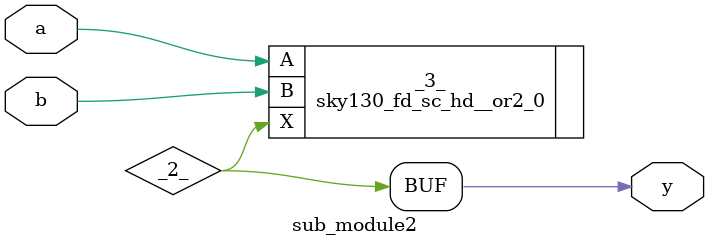
<source format=v>
/* Generated by Yosys 0.47+121 (git sha1 98b4affc4, g++ 13.2.0-23ubuntu4 -fPIC -O3) */

module multiple_modules(a, b, c, y);
  input a;
  wire a;
  input b;
  wire b;
  input c;
  wire c;
  wire net1;
  output y;
  wire y;
  sub_module1 u1 (
    .a(a),
    .b(b),
    .y(net1)
  );
  sub_module2 u2 (
    .a(net1),
    .b(c),
    .y(y)
  );
endmodule

module sub_module1(a, b, y);
  wire _0_;
  wire _1_;
  wire _2_;
  input a;
  wire a;
  input b;
  wire b;
  output y;
  wire y;
  sky130_fd_sc_hd__and2_0 _3_ (
    .A(_0_),
    .B(_1_),
    .X(_2_)
  );
  assign _0_ = a;
  assign _1_ = b;
  assign y = _2_;
endmodule

module sub_module2(a, b, y);
  wire _0_;
  wire _1_;
  wire _2_;
  input a;
  wire a;
  input b;
  wire b;
  output y;
  wire y;
  sky130_fd_sc_hd__or2_0 _3_ (
    .A(_0_),
    .B(_1_),
    .X(_2_)
  );
  assign _0_ = a;
  assign _1_ = b;
  assign y = _2_;
endmodule

</source>
